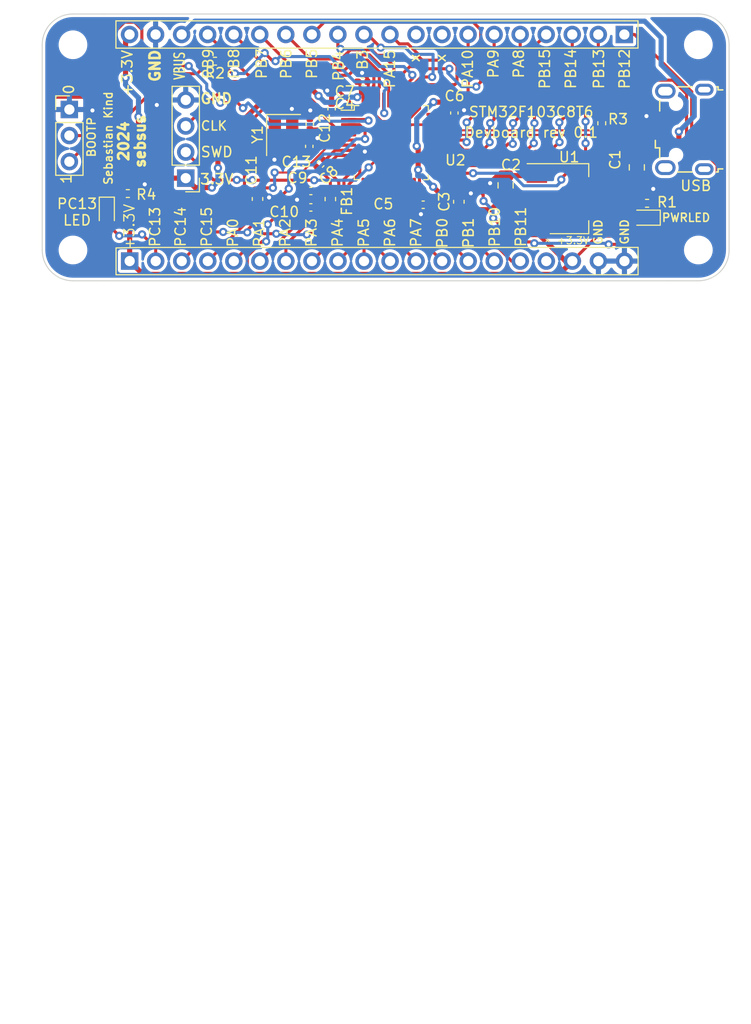
<source format=kicad_pcb>
(kicad_pcb (version 20211014) (generator pcbnew)
  (layers (0 "F.Cu" signal) (31 "B.Cu" signal) (34 "B.Paste" user) (35 "F.Paste" user) (36 "B.SilkS" user "B.Silkscreen") (37 "F.SilkS" user "F.Silkscreen") (38 "B.Mask" user) (39 "F.Mask" user) (44 "Edge.Cuts" user))
  (net 0 "")
  (net 1 "VBUS")
  (net 2 "GND")
  (net 3 "+3V3")
  (net 4 "+3.3VA")
  (net 5 "/NRST")
  (net 6 "/HSE_IN")
  (net 7 "/HSE_OUT")
  (net 8 "/PWR_LED_K")
  (net 9 "/SWDIO")
  (net 10 "/SWCLK")
  (net 11 "/USB_D-")
  (net 12 "/USB_D+")
  (net 15 "PB12")
  (net 16 "PB13")
  (net 17 "PB14")
  (net 18 "PB15")
  (net 19 "PA8")
  (net 20 "PA9")
  (net 21 "PA10")
  (net 24 "PA15")
  (net 25 "PB3")
  (net 26 "PB4")
  (net 27 "PB5")
  (net 28 "PB6")
  (net 29 "PB7")
  (net 30 "PB8")
  (net 31 "PB9")
  (net 32 "PC13")
  (net 33 "PC14")
  (net 34 "PC15")
  (net 35 "PA0")
  (net 36 "PA1")
  (net 37 "PA2")
  (net 38 "PA3")
  (net 39 "PA4")
  (net 40 "PA5")
  (net 41 "PA6")
  (net 42 "PA7")
  (net 43 "PB0")
  (net 44 "PB1")
  (net 45 "PB10")
  (net 46 "PB11")
  (net 48 "/BOOT0")
  (net 49 "/BOOTP_SW")
  (net 51 "Net-(D2-Pad1)")
  (footprint "Capacitor_SMD:C_0603_1608Metric" (layer "F.Cu") (at 169.64 108.3 90)
    (fp_text reference "C3")
    (fp_text value "10u")
  )
  (footprint "Package_TO_SOT_SMD:SOT-223-3_TabPin2" (layer "F.Cu") (at 180.4 108)
    (fp_text reference "U1")
    (fp_text value "AMS1117-3.3")
  )
  (footprint "MountingHole:MountingHole_2.2mm_M2" (layer "F.Cu") (at 132 113)
    (fp_text reference "H1")
    (fp_text value "MountingHole")
  )
  (footprint "Capacitor_SMD:C_0805_2012Metric" (layer "F.Cu") (at 174.2 106.7 90)
    (fp_text reference "C2")
    (fp_text value "22u")
  )
  (footprint "Capacitor_SMD:C_0402_1005Metric" (layer "F.Cu") (at 155.05 102.9 90)
    (fp_text reference "C13")
    (fp_text value "10p")
  )
  (footprint "Capacitor_SMD:C_0402_1005Metric" (layer "F.Cu") (at 157.228935 99.246355 90)
    (fp_text reference "C4")
    (fp_text value "100n")
  )
  (footprint "Capacitor_SMD:C_0603_1608Metric" (layer "F.Cu") (at 150 108.025 -90)
    (fp_text reference "C11")
    (fp_text value "10u")
  )
  (footprint "Package_QFP:LQFP-48_7x7mm_P0.5mm" (layer "F.Cu") (at 163.05 102.5375)
    (fp_text reference "U2")
    (fp_text value "STM32F103C8T6")
  )
  (footprint "Connector_PinHeader_2.54mm:PinHeader_1x20_P2.54mm_Vertical" (layer "F.Cu") (at 137.53 114.08 90)
    (fp_text reference "J4")
    (fp_text value "Pinout 2")
  )
  (footprint "Capacitor_SMD:C_0402_1005Metric" (layer "F.Cu") (at 155.205 107.25 180)
    (fp_text reference "C9")
    (fp_text value "1u")
  )
  (footprint "Connector_PinHeader_2.54mm:PinHeader_1x04_P2.54mm_Vertical" (layer "F.Cu") (at 143 106 180)
    (fp_text reference "J1")
    (fp_text value "Conn_01x04_Male")
  )
  (footprint "Capacitor_SMD:C_0402_1005Metric" (layer "F.Cu") (at 156.15 104.61 45)
    (fp_text reference "C8")
    (fp_text value "10n")
  )
  (footprint "MountingHole:MountingHole_2.2mm_M2" (layer "F.Cu") (at 132 93)
    (fp_text reference "H3")
    (fp_text value "MountingHole")
  )
  (footprint "Crystal:Crystal_SMD_3225-4Pin_3.2x2.5mm" (layer "F.Cu") (at 152.539 101.7955 -90)
    (fp_text reference "Y1")
    (fp_text value "16MHz")
  )
  (footprint "Resistor_SMD:R_0402_1005Metric" (layer "F.Cu") (at 183.58 100.65 -90)
    (fp_text reference "R3")
    (fp_text value "1k5")
  )
  (footprint "Capacitor_SMD:C_0402_1005Metric" (layer "F.Cu") (at 169.2 99.65 -90)
    (fp_text reference "C6")
    (fp_text value "100n")
  )
  (footprint "MountingHole:MountingHole_2.2mm_M2" (layer "F.Cu") (at 193 113)
    (fp_text reference "H4")
    (fp_text value "MountingHole")
  )
  (footprint "LED_SMD:LED_0603_1608Metric" (layer "F.Cu") (at 187.8 109.85 180)
    (fp_text reference "D1" hide)
    (fp_text value "RED")
  )
  (footprint "Capacitor_SMD:C_0402_1005Metric" (layer "F.Cu") (at 160.24 96.6)
    (fp_text reference "C7")
    (fp_text value "100n")
  )
  (footprint "Resistor_SMD:R_0402_1005Metric" (layer "F.Cu") (at 137.35 107.5 180)
    (fp_text reference "R4")
    (fp_text value "1k5")
  )
  (footprint "Resistor_SMD:R_0402_1005Metric" (layer "F.Cu") (at 145.85 94.6 180)
    (fp_text reference "R2")
    (fp_text value "10k")
  )
  (footprint "Resistor_SMD:R_0402_1005Metric" (layer "F.Cu") (at 188 108.45 180)
    (fp_text reference "R1")
    (fp_text value "1k5")
  )
  (footprint "Capacitor_SMD:C_0402_1005Metric" (layer "F.Cu") (at 155.1 100.73 90)
    (fp_text reference "C12")
    (fp_text value "10p")
  )
  (footprint "MountingHole:MountingHole_2.2mm_M2" (layer "F.Cu") (at 193 93)
    (fp_text reference "H2")
    (fp_text value "MountingHole")
  )
  (footprint "Capacitor_SMD:C_0402_1005Metric" (layer "F.Cu") (at 155.205 108.85 180)
    (fp_text reference "C10")
    (fp_text value "1u")
  )
  (footprint "Connector_USB:USB_Micro-B_Wuerth_629105150521" (layer "F.Cu") (at 191.630321 101.247144 90)
    (fp_text reference "J2")
    (fp_text value "USB_B_Micro")
  )
  (footprint "LED_SMD:LED_0603_1608Metric" (layer "F.Cu") (at 135.3 109.3375 -90)
    (fp_text reference "D1" hide)
    (fp_text value "RED")
  )
  (footprint "Inductor_SMD:L_0603_1608Metric" (layer "F.Cu") (at 157.105 108.0375 90)
    (fp_text reference "FB1")
    (fp_text value "120R")
  )
  (footprint "Capacitor_SMD:C_0402_1005Metric" (layer "F.Cu") (at 166.16 108.59 180)
    (fp_text reference "C5")
    (fp_text value "100n")
  )
  (footprint "Capacitor_SMD:C_0805_2012Metric" (layer "F.Cu") (at 187 104.95 -90)
    (fp_text reference "C1")
    (fp_text value "22u")
  )
  (footprint "Connector_PinHeader_2.54mm:PinHeader_1x03_P2.54mm_Vertical" (layer "F.Cu") (at 131.65 99.31)
    (fp_text reference " ")
    (fp_text value "Conn_01x03_Male")
  )
  (footprint "Connector_PinHeader_2.54mm:PinHeader_1x20_P2.54mm_Vertical" (layer "F.Cu") (at 185.78 92 -90)
    (fp_text reference "J3")
    (fp_text value "Pinout 1")
  )
  (gr_line (start 135 90) (end 132 90) (layer "Edge.Cuts") (width 0.1))
  (gr_arc (start 193 90) (mid 195.12132 90.87868) (end 196 93) (layer "Edge.Cuts") (width 0.1))
  (gr_arc (start 132 116) (mid 129.87868 115.12132) (end 129 113) (layer "Edge.Cuts") (width 0.1))
  (gr_line (start 135 116) (end 132 116) (layer "Edge.Cuts") (width 0.1))
  (gr_line (start 135 116) (end 190 116) (layer "Edge.Cuts") (width 0.1))
  (gr_line (start 190 116) (end 193 116) (layer "Edge.Cuts") (width 0.1))
  (gr_arc (start 129 93) (mid 129.87868 90.87868) (end 132 90) (layer "Edge.Cuts") (width 0.1))
  (gr_line (start 190 90) (end 193 90) (layer "Edge.Cuts") (width 0.1))
  (gr_line (start 196 93) (end 196 113) (layer "Edge.Cuts") (width 0.1))
  (gr_line (start 135 90) (end 190 90) (layer "Edge.Cuts") (width 0.1))
  (gr_arc (start 196 113) (mid 195.12132 115.12132) (end 193 116) (layer "Edge.Cuts") (width 0.1))
  (gr_line (start 129 93) (end 129 113) (layer "Edge.Cuts") (width 0.1))
  (gr_text "GND" (at 185.802934 111.232941 90) (layer "F.SilkS") (effects (font (size 0.8 0.8) (thickness 0.153))))
  (gr_text "USB" (at 192.754 106.742) (layer "F.SilkS") (effects (font (size 1 1))))
  (gr_text "PA5" (at 160.362312 111.314 90) (layer "F.SilkS") (effects (font (size 1 1))))
  (gr_text "PC13\nLED" (at 132.4 109.3) (layer "F.SilkS") (effects (font (size 1 1))))
  (gr_text "GND" (at 183.232633 111.25 90) (layer "F.SilkS") (effects (font (size 0.8 0.8) (thickness 0.153))))
  (gr_text "PC14" (at 142.488736 110.75 90) (layer "F.SilkS") (effects (font (size 1 1))))
  (gr_text "PA10" (at 170.5 95.35 90) (layer "F.SilkS") (effects (font (size 1 1))))
  (gr_text "PB10" (at 173.129152 110.75 90) (layer "F.SilkS") (effects (font (size 1 1) (thickness 0.153))))
  (gr_text "PA3" (at 155.255576 111.314 90) (layer "F.SilkS") (effects (font (size 1 1))))
  (gr_text "PB8" (at 147.7 94.85 90) (layer "F.SilkS") (effects (font (size 1 1))))
  (gr_text "PB9" (at 145.2 94.85 90) (layer "F.SilkS") (effects (font (size 1 1))))
  (gr_text "PB1" (at 170.575784 111.342571 90) (layer "F.SilkS") (effects (font (size 1 1) (thickness 0.153))))
  (gr_text "PA4" (at 157.808944 111.314 90) (layer "F.SilkS") (effects (font (size 1 1))))
  (gr_text "PA15" (at 162.9 95.35 90) (layer "F.SilkS") (effects (font (size 1 1))))
  (gr_text "1" (at 131.35 106.075 90) (layer "F.SilkS") (effects (font (size 1 1))))
  (gr_text "x" (at 167.862 94.296 90) (layer "F.SilkS") (effects (font (size 1 1))))
  (gr_text "CLK" (at 145.75 100.9) (layer "F.SilkS") (effects (font (size 0.9 0.9))))
  (gr_text "PA6" (at 162.91568 111.314 90) (layer "F.SilkS") (effects (font (size 1 1))))
  (gr_text "SWD" (at 146.025 103.45) (layer "F.SilkS") (effects (font (size 1 1))))
  (gr_text "3.3V" (at 146.025 106.1) (layer "F.SilkS") (effects (font (size 1 1) (thickness 0.155))))
  (gr_text "PB12" (at 185.8 95.35 90) (layer "F.SilkS") (effects (font (size 1 1))))
  (gr_text "PA8" (at 175.482 94.85 90) (layer "F.SilkS") (effects (font (size 1 1))))
  (gr_text "VBUS" (at 142.4 95.05 90) (layer "F.SilkS") (effects (font (size 1 0.7))))
  (gr_text "PB7" (at 150.4 94.85 90) (layer "F.SilkS") (effects (font (size 1 1))))
  (gr_text "PB4" (at 157.9 95.05 90) (layer "F.SilkS") (effects (font (size 1 1))))
  (gr_text "PC15" (at 145.042104 110.75 90) (layer "F.SilkS") (effects (font (size 1 1))))
  (gr_text "PC13" (at 140 110.75 90) (layer "F.SilkS") (effects (font (size 1 1))))
  (gr_text "PWRLED" (at 191.8 109.85) (layer "F.SilkS") (effects (font (size 0.8 0.8))))
  (gr_text "Devboard rev 0.1" (at 176.7 101.55) (layer "F.SilkS") (effects (font (size 1 1))))
  (gr_text "x" (at 165.322 94.296 90) (layer "F.SilkS") (effects (font (size 1 1))))
  (gr_text "GND" (at 145.975 98.25) (layer "F.SilkS") (effects (font (size 1 1) (thickness 0.2))))
  (gr_text "PB11" (at 175.68252 110.75 90) (layer "F.SilkS") (effects (font (size 1 1) (thickness 0.153))))
  (gr_text "2024\nsebsus" (at 137.75 102.4 90) (layer "F.SilkS") (effects (font (size 1 1) (thickness 0.25))))
  (gr_text "PA1" (at 150.14884 111.314 90) (layer "F.SilkS") (effects (font (size 1 1))))
  (gr_text "STM32F103C8T6" (at 176.7 99.55) (layer "F.SilkS") (effects (font (size 1 1))))
  (gr_text "PB0" (at 168.022416 111.342571 90) (layer "F.SilkS") (effects (font (size 1 1))))
  (gr_text "0" (at 131.6 97.35 90) (layer "F.SilkS") (effects (font (size 1 1))))
  (gr_text "PB14" (at 180.562 95.35 90) (layer "F.SilkS") (effects (font (size 1 1))))
  (gr_text "x" (at 178.235888 112.076 90) (layer "F.SilkS") (effects (font (size 0.4 0.4) (thickness 0.1))))
  (gr_text "PA2" (at 152.702208 111.314 90) (layer "F.SilkS") (effects (font (size 1 1))))
  (gr_text "PB13" (at 183.3 95.35 90) (layer "F.SilkS") (effects (font (size 1 1))))
  (gr_text "B3" (at 160.242 94.457905 90) (layer "F.SilkS") (effects (font (size 1 1))))
  (gr_text "PB5" (at 155.3 94.85 90) (layer "F.SilkS") (effects (font (size 1 1))))
  (gr_text "+3.3V" (at 137.3 95.75 90) (layer "F.SilkS") (effects (font (size 1 1))))
  (gr_text "PA7" (at 165.469048 111.314 90) (layer "F.SilkS") (effects (font (size 1 1))))
  (gr_text "+3.3V" (at 180.789256 112.076) (layer "F.SilkS") (effects (font (size 0.7 0.7) (thickness 0.1))))
  (gr_text "BOOTP" (at 133.8 102 90) (layer "F.SilkS") (effects (font (size 0.8 0.8))))
  (gr_text "Sebastian Kind" (at 135.45 102.1 90) (layer "F.SilkS") (effects (font (size 0.8 0.8))))
  (gr_text "+3.3V" (at 137.5 110.75 90) (layer "F.SilkS") (effects (font (size 1 1) (thickness 0.125))))
  (gr_text "PA9" (at 173 94.85 90) (layer "F.SilkS") (effects (font (size 1 1))))
  (gr_text "PA0" (at 147.595472 111.314 90) (layer "F.SilkS") (effects (font (size 1 1))))
  (gr_text "PB15" (at 178.022 95.35 90) (layer "F.SilkS") (effects (font (size 1 1))))
  (gr_text "GND" (at 140 95.05 90) (layer "F.SilkS") (effects (font (size 1 1) (thickness 0.25))))
  (gr_text "PB6" (at 152.8 94.85 90) (layer "F.SilkS") (effects (font (size 1 1))))
  (segment (start 191.1005 102.301965) (end 190.830321 102.572144) (width 0.5) (layer "F.Cu") (net 1))
  (segment (start 177.8 110.85) (end 185.6 110.85) (width 0.5) (layer "F.Cu") (net 1))
  (segment (start 190.830321 102.572144) (end 188.427856 102.572144) (width 0.5) (layer "F.Cu") (net 1))
  (segment (start 185.6 110.85) (end 185.6 105.4) (width 0.5) (layer "F.Cu") (net 1))
  (segment (start 185.6 105.4) (end 187 104) (width 0.5) (layer "F.Cu") (net 1))
  (segment (start 191.1005 101.46) (end 191.1005 102.301965) (width 0.5) (layer "F.Cu") (net 1))
  (segment (start 188.427856 102.572144) (end 187 104) (width 0.5) (layer "F.Cu") (net 1))
  (segment (start 177.25 110.3) (end 177.8 110.85) (width 0.5) (layer "F.Cu") (net 1))
  (via (at 191.1005 101.46) (size 0.8) (drill 0.4) (layers "F.Cu" "B.Cu") (net 1))
  (segment (start 192.5995 99.961) (end 191.1005 101.46) (width 0.5) (layer "B.Cu") (net 1))
  (segment (start 143.9 90.7) (end 187.76 90.7) (width 0.5) (layer "B.Cu") (net 1))
  (segment (start 192.5995 98.165892) (end 192.5995 99.961) (width 0.5) (layer "B.Cu") (net 1))
  (segment (start 187.76 90.7) (end 189.21 92.15) (width 0.5) (layer "B.Cu") (net 1))
  (segment (start 189.21 92.15) (end 189.37 92.31) (width 0.5) (layer "B.Cu") (net 1))
  (segment (start 189.37 92.31) (end 189.37 92.39) (width 0.5) (layer "B.Cu") (net 1))
  (segment (start 189.37 94.936392) (end 192.5995 98.165892) (width 0.5) (layer "B.Cu") (net 1))
  (segment (start 142.6 92) (end 143.9 90.7) (width 0.5) (layer "B.Cu") (net 1))
  (segment (start 189.37 92.39) (end 189.37 94.936392) (width 0.5) (layer "B.Cu") (net 1))
  (segment (start 187 105.9) (end 187.45 105.9) (width 0.5) (layer "F.Cu") (net 2))
  (segment (start 188.51 107.14) (end 188.6 107.05) (width 0.3) (layer "F.Cu") (net 2))
  (segment (start 187.942856 99.947144) (end 187.94 99.95) (width 0.3) (layer "F.Cu") (net 2))
  (segment (start 157.228935 98.766355) (end 157.228935 97.888935) (width 0.5) (layer "F.Cu") (net 2))
  (segment (start 160.8 98.375) (end 160.8 96.68) (width 0.3) (layer "F.Cu") (net 2))
  (segment (start 133.81 99.31) (end 133.9 99.4) (width 0.3) (layer "F.Cu") (net 2))
  (segment (start 137.86 107.5) (end 138.1 107.5) (width 0.25) (layer "F.Cu") (net 2))
  (segment (start 151.689 104.161) (end 151.65 104.2) (width 0.5) (layer "F.Cu") (net 2))
  (segment (start 132.86685 99.31) (end 133.81 99.31) (width 0.3) (layer "F.Cu") (net 2))
  (segment (start 189.730321 99.947144) (end 188.397144 99.947144) (width 0.3) (layer "F.Cu") (net 2))
  (segment (start 169.685 107.48) (end 169.64 107.525) (width 0.3) (layer "F.Cu") (net 2))
  (segment (start 154.725 107.9725) (end 154.725 107.25) (width 0.3) (layer "F.Cu") (net 2))
  (segment (start 151.689 102.8955) (end 151.689 104.161) (width 0.5) (layer "F.Cu") (net 2))
  (segment (start 160.3475 103.2875) (end 160.47 103.41) (width 0.3) (layer "F.Cu") (net 2))
  (segment (start 154.725 108.85) (end 154.725 107.9725) (width 0.3) (layer "F.Cu") (net 2))
  (segment (start 157.228935 97.888935) (end 156.8 97.46) (width 0.5) (layer "F.Cu") (net 2))
  (segment (start 132.86685 99.31) (end 131.65 99.31) (width 0.3) (layer "F.Cu") (net 2))
  (segment (start 170.81 107.48) (end 169.685 107.48) (width 0.3) (layer "F.Cu") (net 2))
  (segment (start 138.1 107.5) (end 139 106.6) (width 0.25) (layer "F.Cu") (net 2))
  (segment (start 158.8875 103.2875) (end 157.5625 103.2875) (width 0.3) (layer "F.Cu") (net 2))
  (segment (start 165.3 106.7) (end 165.3 108.21) (width 0.3) (layer "F.Cu") (net 2))
  (segment (start 153.985 107.9725) (end 153.855 108.1025) (width 0.3) (layer "F.Cu") (net 2))
  (segment (start 165.68 108.59) (end 165.68 109.25) (width 0.3) (layer "F.Cu") (net 2))
  (segment (start 140.664 98.38) (end 140.176 98.868) (width 0.3) (layer "F.Cu") (net 2))
  (segment (start 165.68 109.25) (end 165.94 109.51) (width 0.3) (layer "F.Cu") (net 2))
  (segment (start 155.520046 102.42) (end 155.845023 102.095023) (width 0.5) (layer "F.Cu") (net 2))
  (segment (start 154.725 107.9725) (end 153.985 107.9725) (width 0.3) (layer "F.Cu") (net 2))
  (segment (start 188.397144 99.947144) (end 188.39 99.94) (width 0.3) (layer "F.Cu") (net 2))
  (segment (start 189.655321 100.022144) (end 188.012144 100.022144) (width 0.3) (layer "F.Cu") (net 2))
  (segment (start 188.012144 100.022144) (end 187.94 99.95) (width 0.3) (layer "F.Cu") (net 2))
  (segment (start 160.72 96.6) (end 160.72 96.26) (width 0.3) (layer "F.Cu") (net 2))
  (segment (start 150.210046 108.8) (end 151.130023 107.880023) (width 0.2) (layer "F.Cu") (net 2))
  (segment (start 143 98.38) (end 140.664 98.38) (width 0.3) (layer "F.Cu") (net 2))
  (segment (start 160.8 96.68) (end 160.72 96.6) (width 0.3) (layer "F.Cu") (net 2))
  (segment (start 155.05 102.42) (end 155.520046 102.42) (width 0.5) (layer "F.Cu") (net 2))
  (segment (start 188.397144 99.947144) (end 187.942856 99.947144) (width 0.3) (layer "F.Cu") (net 2))
  (segment (start 169.394 100.13) (end 170.148 99.376) (width 0.3) (layer "F.Cu") (net 2))
  (segment (start 165.3 108.21) (end 165.68 108.59) (width 0.3) (layer "F.Cu") (net 2))
  (segment (start 155.1 100.25) (end 155.1 99.444196) (width 0.5) (layer "F.Cu") (net 2))
  (segment (start 177.2 105.75) (end 177.25 105.7) (width 0.5) (layer "F.Cu") (net 2))
  (segment (start 158.8875 103.2875) (end 160.3475 103.2875) (width 0.3) (layer "F.Cu") (net 2))
  (segment (start 153.389 100.6955) (end 153.389 99.289) (width 0.5) (layer "F.Cu") (net 2))
  (segment (start 188.51 108.45) (end 188.51 107.14) (width 0.3) (layer "F.Cu") (net 2))
  (segment (start 157.5625 103.2875) (end 156.539411 104.310589) (width 0.3) (layer "F.Cu") (net 2))
  (segment (start 169.2 100.13) (end 169.394 100.13) (width 0.3) (layer "F.Cu") (net 2))
  (segment (start 155.1 99.444196) (end 155.147596 99.3966) (width 0.5) (layer "F.Cu") (net 2))
  (segment (start 153.389 99.289) (end 153.35 99.25) (width 0.5) (layer "F.Cu") (net 2))
  (segment (start 187.45 105.9) (end 188.6 107.05) (width 0.5) (layer "F.Cu") (net 2))
  (segment (start 169.0425 100.2875) (end 169.2 100.13) (width 0.3) (layer "F.Cu") (net 2))
  (segment (start 174.2 105.75) (end 173.426 105.75) (width 0.5) (layer "F.Cu") (net 2))
  (segment (start 189.730321 99.947144) (end 189.655321 100.022144) (width 0.3) (layer "F.Cu") (net 2))
  (segment (start 150 108.8) (end 150.210046 108.8) (width 0.2) (layer "F.Cu") (net 2))
  (segment (start 173.426 105.75) (end 172.688 106.488) (width 0.5) (layer "F.Cu") (net 2))
  (segment (start 174.2 105.75) (end 173.41 105.75) (width 0.5) (layer "F.Cu") (net 2))
  (segment (start 160.72 96.26) (end 160.2 95.74) (width 0.3) (layer "F.Cu") (net 2))
  (segment (start 167.2125 100.2875) (end 169.0425 100.2875) (width 0.3) (layer "F.Cu") (net 2))
  (segment (start 174.2 105.75) (end 177.2 105.75) (width 0.5) (layer "F.Cu") (net 2))
  (via (at 139 106.6) (size 0.8) (drill 0.4) (layers "F.Cu" "B.Cu") (net 2))
  (via (at 153.35 99.25) (size 0.8) (drill 0.4) (layers "F.Cu" "B.Cu") (net 2))
  (via (at 156.8 97.46) (size 0.8) (drill 0.4) (layers "F.Cu" "B.Cu") (net 2))
  (via (at 165.94 109.51) (size 0.8) (drill 0.4) (layers "F.Cu" "B.Cu") (net 2))
  (via (at 172.688 106.488) (size 0.8) (drill 0.4) (layers "F.Cu" "B.Cu") (net 2))
  (via (at 188.6 107.05) (size 0.8) (drill 0.4) (layers "F.Cu" "B.Cu") (net 2))
  (via (at 170.81 107.48) (size 0.8) (drill 0.4) (layers "F.Cu" "B.Cu") (net 2))
  (via (at 187.94 99.95) (size 0.8) (drill 0.4) (layers "F.Cu" "B.Cu") (net 2))
  (via (at 140.176 98.868) (size 0.8) (drill 0.4) (layers "F.Cu" "B.Cu") (net 2))
  (via (at 151.65 104.2) (size 0.8) (drill 0.4) (layers "F.Cu" "B.Cu") (net 2))
  (via (at 153.855 108.1025) (size 0.8) (drill 0.4) (layers "F.Cu" "B.Cu") (net 2))
  (via (at 170.148 99.376) (size 0.8) (drill 0.4) (layers "F.Cu" "B.Cu") (net 2))
  (via (at 133.9 99.4) (size 0.8) (drill 0.4) (layers "F.Cu" "B.Cu") (net 2))
  (via (at 160.47 103.41) (size 0.8) (drill 0.4) (layers "F.Cu" "B.Cu") (net 2))
  (via (at 155.147596 99.3966) (size 0.8) (drill 0.4) (layers "F.Cu" "B.Cu") (net 2))
  (via (at 160.2 95.74) (size 0.8) (drill 0.4) (layers "F.Cu" "B.Cu") (net 2))
  (via (at 151.130023 107.880023) (size 0.8) (drill 0.4) (layers "F.Cu" "B.Cu") (net 2))
  (via (at 155.845023 102.095023) (size 0.8) (drill 0.4) (layers "F.Cu" "B.Cu") (net 2))
  (segment (start 149 115.38) (end 154.67 115.38) (width 0.5) (layer "F.Cu") (net 3))
  (segment (start 177.25 108) (end 183.55 108) (width 0.5) (layer "F.Cu") (net 3))
  (segment (start 157.29008 99.7875) (end 157.228935 99.726355) (width 0.3) (layer "F.Cu") (net 3))
  (segment (start 185.772856 96.447144) (end 190.517144 96.447144) (width 0.3) (layer "F.Cu") (net 3))
  (segment (start 160.041 97.291) (end 160 97.25) (width 0.3) (layer "F.Cu") (net 3))
  (segment (start 137.53 114.08) (end 138.83 115.38) (width 0.5) (layer "F.Cu") (net 3))
  (segment (start 158.8875 99.7875) (end 157.8595 99.7875) (width 0.3) (layer "F.Cu") (net 3))
  (segment (start 137.53 109.29) (end 140.82 106) (width 0.5) (layer "F.Cu") (net 3))
  (segment (start 191.85 97.78) (end 191.85 108.96) (width 0.3) (layer "F.Cu") (net 3))
  (segment (start 138.39 103.57) (end 138.363551 103.543551) (width 0.3) (layer "F.Cu") (net 3))
  (segment (start 137.13 96.23) (end 137.13 92.39) (width 0.5) (layer "F.Cu") (net 3))
  (segment (start 155.685 109.275) (end 155.37 109.59) (width 0.3) (layer "F.Cu") (net 3))
  (segment (start 160.3 98.375) (end 160.3 97.55) (width 0.3) (layer "F.Cu") (net 3))
  (segment (start 180.04005 114.08) (end 177.46005 111.5) (width 0.5) (layer "F.Cu") (net 3))
  (segment (start 140.82 106) (end 143 106) (width 0.5) (layer "F.Cu") (net 3))
  (segment (start 143.92 106.92) (end 143 106) (width 0.5) (layer "F.Cu") (net 3))
  (segment (start 155.94767 97.982052) (end 155.147618 97.182) (width 0.5) (layer "F.Cu") (net 3))
  (segment (start 169.64 109.075) (end 168.925 109.075) (width 0.5) (layer "F.Cu") (net 3))
  (segment (start 165.67 105.19) (end 165.67 103.01) (width 0.5) (layer "F.Cu") (net 3))
  (segment (start 155.685 108.85) (end 157.08 108.85) (width 0.3) (layer "F.Cu") (net 3))
  (segment (start 187 111.65) (end 186.43 111.65) (width 0.3) (layer "F.Cu") (net 3))
  (segment (start 174.2 107.65) (end 176.9 107.65) (width 0.5) (layer "F.Cu") (net 3))
  (segment (start 146.14 102.812082) (end 146.14 105.01) (width 0.5) (layer "F.Cu") (net 3))
  (segment (start 174.2 107.65) (end 172.775 109.075) (width 0.5) (layer "F.Cu") (net 3))
  (segment (start 155.147618 97.182) (end 151.770082 97.182) (width 0.5) (layer "F.Cu") (net 3))
  (segment (start 168.3 108.59) (end 168.37 108.52) (width 0.5) (layer "F.Cu") (net 3))
  (segment (start 169.2 99.17) (end 168.8875 99.17) (width 0.5) (layer "F.Cu") (net 3))
  (segment (start 138.39 103.57) (end 138.39 100) (width 0.5) (layer "F.Cu") (net 3))
  (segment (start 183.14 111.65) (end 180.71 114.08) (width 0.3) (layer "F.Cu") (net 3))
  (segment (start 166.64 108.59) (end 166.64 108.26) (width 0.5) (layer "F.Cu") (net 3))
  (segment (start 187.0125 109.85) (end 187.0125 111.6375) (width 0.3) (layer "F.Cu") (net 3))
  (segment (start 160.041 97.291) (end 160.041 97.799) (width 0.3) (layer "F.Cu") (net 3))
  (segment (start 151.770082 97.182) (end 146.14 102.812082) (width 0.5) (layer "F.Cu") (net 3))
  (segment (start 179.41 115.38) (end 180.71 114.08) (width 0.5) (layer "F.Cu") (net 3))
  (segment (start 166.64 108.59) (end 168.3 108.59) (width 0.5) (layer "F.Cu") (net 3))
  (segment (start 191.85 108.96) (end 189.16 111.65) (width 0.3) (layer "F.Cu") (net 3))
  (segment (start 168.8875 99.17) (end 168.37 99.6875) (width 0.5) (layer "F.Cu") (net 3))
  (segment (start 138.363551 103.543551) (end 132.496449 103.543551) (width 0.3) (layer "F.Cu") (net 3))
  (segment (start 143.204 106) (end 143.224 105.98) (width 0.5) (layer "F.Cu") (net 3))
  (segment (start 157.08 108.85) (end 157.105 108.825) (width 0.3) (layer "F.Cu") (net 3))
  (segment (start 176.9 107.65) (end 177.25 108) (width 0.5) (layer "F.Cu") (net 3))
  (segment (start 143 106) (end 143.204 106) (width 0.5) (layer "F.Cu") (net 3))
  (segment (start 145.55 106.92) (end 143.92 106.92) (width 0.5) (layer "F.Cu") (net 3))
  (segment (start 167.16 98.58) (end 167.174 98.594) (width 0.5) (layer "F.Cu") (net 3))
  (segment (start 138.83 115.38) (end 149 115.38) (width 0.5) (layer "F.Cu") (net 3))
  (segment (start 165.9 107.52) (end 165.9 106.7) (width 0.5) (layer "F.Cu") (net 3))
  (segment (start 187.0125 111.6375) (end 187 111.65) (width 0.3) (layer "F.Cu") (net 3))
  (segment (start 167.174 98.594) (end 168.624 98.594) (width 0.5) (layer "F.Cu") (net 3))
  (segment (start 175.8 111.5) (end 175.8 109.1) (width 0.5) (layer "F.Cu") (net 3))
  (segment (start 151.91 109.59) (end 151 110.5) (width 0.3) (layer "F.Cu") (net 3))
  (segment (start 190.517144 96.447144) (end 191.85 97.78) (width 0.3) (layer "F.Cu") (net 3))
  (segment (start 165.67 103.01) (end 165.53 102.87) (width 0.5) (layer "F.Cu") (net 3))
  (segment (start 166.64 108.26) (end 165.9 107.52) (width 0.5) (layer "F.Cu") (net 3))
  (segment (start 149 113.612943) (end 149 115.38) (width 0.3) (layer "F.Cu") (net 3))
  (segment (start 154.67 115.38) (end 179.41 115.38) (width 0.5) (layer "F.Cu") (net 3))
  (segment (start 168.925 109.075) (end 168.37 108.52) (width 0.5) (layer "F.Cu") (net 3))
  (segment (start 168.37 108.52) (end 168.37 108.08) (width 0.5) (layer "F.Cu") (net 3))
  (segment (start 157.8595 99.7875) (end 157.29008 99.7875) (width 0.3) (layer "F.Cu") (net 3))
  (segment (start 155.37 109.59) (end 151.91 109.59) (width 0.3) (layer "F.Cu") (net 3))
  (segment (start 186.43 111.65) (end 183.14 111.65) (width 0.3) (layer "F.Cu") (net 3))
  (segment (start 172.775 109.075) (end 169.64 109.075) (width 0.5) (layer "F.Cu") (net 3))
  (segment (start 160.3 97.55) (end 160.041 97.291) (width 0.3) (layer "F.Cu") (net 3))
  (segment (start 150.44842 112.164523) (end 149 113.612943) (width 0.3) (layer "F.Cu") (net 3))
  (segment (start 165.8 107.52) (end 165.8 106.7) (width 0.3) (layer "F.Cu") (net 3))
  (segment (start 183.56 100.16) (end 183.56 98.66) (width 0.3) (layer "F.Cu") (net 3))
  (segment (start 177.46005 111.5) (end 175.8 111.5) (width 0.5) (layer "F.Cu") (net 3))
  (segment (start 160 97.25) (end 160 96.517925) (width 0.3) (layer "F.Cu") (net 3))
  (segment (start 150.844977 112.164523) (end 150.44842 112.164523) (width 0.3) (layer "F.Cu") (net 3))
  (segment (start 132.496449 103.543551) (end 131.65 104.39) (width 0.3) (layer "F.Cu") (net 3))
  (segment (start 140.82 106) (end 138.39 103.57) (width 0.5) (layer "F.Cu") (net 3))
  (segment (start 189.16 111.65) (end 186.43 111.65) (width 0.3) (layer "F.Cu") (net 3))
  (segment (start 168.37 99.6875) (end 167.2125 99.6875) (width 0.5) (layer "F.Cu") (net 3))
  (segment (start 183.56 98.66) (end 185.772856 96.447144) (width 0.3) (layer "F.Cu") (net 3))
  (segment (start 155.685 108.85) (end 155.685 109.275) (width 0.3) (layer "F.Cu") (net 3))
  (segment (start 180.71 114.08) (end 180.04005 114.08) (width 0.5) (layer "F.Cu") (net 3))
  (segment (start 160.041 97.799) (end 159.734 98.106) (width 0.3) (layer "F.Cu") (net 3))
  (segment (start 175.8 109.1) (end 176.9 108) (width 0.5) (layer "F.Cu") (net 3))
  (segment (start 137.53 114.08) (end 137.53 109.29) (width 0.5) (layer "F.Cu") (net 3))
  (segment (start 168.37 108.08) (end 167.13 106.84) (width 0.5) (layer "F.Cu") (net 3))
  (segment (start 168.624 98.594) (end 169.2 99.17) (width 0.5) (layer "F.Cu") (net 3))
  (segment (start 137.13 92.39) (end 137.52 92) (width 0.5) (layer "F.Cu") (net 3))
  (via (at 145.55 106.92) (size 0.8) (drill 0.4) (layers "F.Cu" "B.Cu") (net 3))
  (via (at 165.67 105.19) (size 0.8) (drill 0.4) (layers "F.Cu" "B.Cu") (net 3))
  (via (at 159.734 98.106) (size 0.8) (drill 0.4) (layers "F.Cu" "B.Cu") (net 3))
  (via (at 167.16 98.58) (size 0.8) (drill 0.4) (layers "F.Cu" "B.Cu") (net 3))
  (via (at 150.844977 112.164523) (size 0.8) (drill 0.4) (layers "F.Cu" "B.Cu") (net 3))
  (via (at 146.14 105.01) (size 0.8) (drill 0.4) (layers "F.Cu" "B.Cu") (net 3))
  (via (at 155.94767 97.982052) (size 0.8) (drill 0.4) (layers "F.Cu" "B.Cu") (net 3))
  (via (at 165.53 102.87) (size 0.8) (drill 0.4) (layers "F.Cu" "B.Cu") (net 3))
  (via (at 138.39 100) (size 0.8) (drill 0.4) (layers "F.Cu" "B.Cu") (net 3))
  (via (at 137.13 96.23) (size 0.8) (drill 0.4) (layers "F.Cu" "B.Cu") (net 3))
  (via (at 167.13 106.84) (size 0.8) (drill 0.4) (layers "F.Cu" "B.Cu") (net 3))
  (via (at 151 110.5) (size 0.8) (drill 0.4) (layers "F.Cu" "B.Cu") (net 3))
  (segment (start 165.53 100.21) (end 167.16 98.58) (width 0.5) (layer "B.Cu") (net 3))
  (segment (start 146.14 106.33) (end 145.55 106.92) (width 0.5) (layer "B.Cu") (net 3))
  (segment (start 157.706 98.61) (end 156.575618 98.61) (width 0.5) (layer "B.Cu") (net 3))
  (segment (start 157.706 98.61) (end 158.21 98.106) (width 0.5) (layer "B.Cu") (net 3))
  (segment (start 137.21 96.99) (end 137.13 96.91) (width 0.5) (layer "B.Cu") (net 3))
  (segment (start 165.628748 105.778748) (end 165.628748 105.231252) (width 0.5) (layer "B.Cu") (net 3))
  (segment (start 138.39 100) (end 138.39 98.17) (width 0.5) (layer "B.Cu") (net 3))
  (segment (start 165.53 100.543496) (end 165.53 100.21) (width 0.5) (layer "B.Cu") (net 3))
  (segment (start 138.39 98.17) (end 137.21 96.99) (width 0.5) (layer "B.Cu") (net 3))
  (segment (start 137.13 96.91) (end 137.13 96.23) (width 0.5) (layer "B.Cu") (net 3))
  (segment (start 146.14 105.01) (end 146.14 106.33) (width 0.5) (layer "B.Cu") (net 3))
  (segment (start 151 110.5) (end 151 111.8) (width 0.3) (layer "B.Cu") (net 3))
  (segment (start 151 111.8) (end 150.83 111.97) (width 0.3) (layer "B.Cu") (net 3))
  (segment (start 150.844977 111.984977) (end 150.844977 112.164523) (width 0.3) (layer "B.Cu") (net 3))
  (segment (start 159.734 98.106) (end 158.21 98.106) (width 0.5) (layer "B.Cu") (net 3))
  (segment (start 166.068748 105.778748) (end 165.628748 105.778748) (width 0.5) (layer "B.Cu") (net 3))
  (segment (start 156.575618 98.61) (end 155.94767 97.982052) (width 0.5) (layer "B.Cu") (net 3))
  (segment (start 167.13 106.84) (end 166.068748 105.778748) (width 0.5) (layer "B.Cu") (net 3))
  (segment (start 150.83 111.97) (end 150.844977 111.984977) (width 0.3) (layer "B.Cu") (net 3))
  (segment (start 165.628748 105.231252) (end 165.67 105.19) (width 0.5) (layer "B.Cu") (net 3))
  (segment (start 165.53 102.87) (end 165.53 100.543496) (width 0.5) (layer "B.Cu") (net 3))
  (segment (start 156.713588 104.979792) (end 157.223553 104.469827) (width 0.3) (layer "F.Cu") (net 4))
  (segment (start 155.810589 104.949411) (end 155.84097 104.979792) (width 0.3) (layer "F.Cu") (net 4))
  (segment (start 157.223553 104.469827) (end 156.55338 105.14) (width 0.3) (layer "F.Cu") (net 4))
  (segment (start 157.105 106.243822) (end 155.810589 104.949411) (width 0.3) (layer "F.Cu") (net 4))
  (segment (start 158.8875 103.7875) (end 157.769606 103.7875) (width 0.3) (layer "F.Cu") (net 4))
  (segment (start 155.969792 105.019792) (end 156.09 105.14) (width 0.3) (layer "F.Cu") (net 4))
  (segment (start 157.223553 104.333553) (end 157.223553 104.469827) (width 0.3) (layer "F.Cu") (net 4))
  (segment (start 155.84097 104.979792) (end 156.713588 104.979792) (width 0.3) (layer "F.Cu") (net 4))
  (segment (start 156.55338 105.14) (end 156.09 105.14) (width 0.3) (layer "F.Cu") (net 4))
  (segment (start 155.89097 105.019792) (end 155.969792 105.019792) (width 0.3) (layer "F.Cu") (net 4))
  (segment (start 157.769606 103.7875) (end 157.223553 104.333553) (width 0.3) (layer "F.Cu") (net 4))
  (segment (start 155.860589 104.989411) (end 155.89097 105.019792) (width 0.3) (layer "F.Cu") (net 4))
  (segment (start 155.685 107.25) (end 157.105 107.25) (width 0.3) (layer "F.Cu") (net 4))
  (segment (start 157.105 107.25) (end 157.105 106.243822) (width 0.3) (layer "F.Cu") (net 4))
  (segment (start 154.309254 105.4505) (end 157.022254 102.7375) (width 0.2) (layer "F.Cu") (net 5))
  (segment (start 150.3005 106.9495) (end 150 107.25) (width 0.3) (layer "F.Cu") (net 5))
  (segment (start 151.67 105.4505) (end 154.309254 105.4505) (width 0.2) (layer "F.Cu") (net 5))
  (segment (start 158.8375 102.7375) (end 158.8875 102.7875) (width 0.2) (layer "F.Cu") (net 5))
  (segment (start 151.5 106.9495) (end 150.3005 106.9495) (width 0.3) (layer "F.Cu") (net 5))
  (segment (start 157.022254 102.7375) (end 158.8375 102.7375) (width 0.2) (layer "F.Cu") (net 5))
  (via (at 151.5 106.9495) (size 0.8) (drill 0.4) (layers "F.Cu" "B.Cu") (net 5))
  (via (at 151.67 105.4505) (size 0.8) (drill 0.4) (layers "F.Cu" "B.Cu") (net 5))
  (segment (start 151.67 106.8395) (end 151.67 105.4505) (width 0.3) (layer "B.Cu") (net 5))
  (segment (start 151.56 106.9495) (end 151.67 106.8395) (width 0.3) (layer "B.Cu") (net 5))
  (segment (start 151.689 100.9955) (end 151.689 100.6955) (width 0.3) (layer "F.Cu") (net 6))
  (segment (start 155.1 101.21) (end 154.5645 101.7455) (width 0.3) (layer "F.Cu") (net 6))
  (segment (start 158.8875 101.7875) (end 156.9875 101.7875) (width 0.3) (layer "F.Cu") (net 6))
  (segment (start 154.5645 101.7455) (end 152.439 101.7455) (width 0.3) (layer "F.Cu") (net 6))
  (segment (start 156.41 101.21) (end 155.1 101.21) (width 0.3) (layer "F.Cu") (net 6))
  (segment (start 152.439 101.7455) (end 151.689 100.9955) (width 0.3) (layer "F.Cu") (net 6))
  (segment (start 151.689 101.139) (end 151.689 100.6955) (width 0.3) (layer "F.Cu") (net 6))
  (segment (start 156.9875 101.7875) (end 156.41 101.21) (width 0.3) (layer "F.Cu") (net 6))
  (segment (start 158.8875 102.2875) (end 156.7125 102.2875) (width 0.3) (layer "F.Cu") (net 7))
  (segment (start 153.8735 103.38) (end 153.389 102.8955) (width 0.3) (layer "F.Cu") (net 7))
  (segment (start 155.62 103.38) (end 155.05 103.38) (width 0.3) (layer "F.Cu") (net 7))
  (segment (start 155.05 103.38) (end 153.8735 103.38) (width 0.3) (layer "F.Cu") (net 7))
  (segment (start 156.7125 102.2875) (end 155.62 103.38) (width 0.3) (layer "F.Cu") (net 7))
  (segment (start 188.5875 109.5475) (end 187.49 108.45) (width 0.3) (layer "F.Cu") (net 8))
  (segment (start 188.5875 109.85) (end 188.5875 109.5475) (width 0.3) (layer "F.Cu") (net 8))
  (segment (start 155.53 106.2) (end 149.53 106.2) (width 0.3) (layer "F.Cu") (net 9))
  (segment (start 149.53 106.2) (end 149.52 106.19) (width 0.3) (layer "F.Cu") (net 9))
  (segment (start 167.2125 100.7875) (end 165.0025 100.7875) (width 0.25) (layer "F.Cu") (net 9))
  (segment (start 165.0025 100.7875) (end 160.84 104.95) (width 0.25) (layer "F.Cu") (net 9))
  (segment (start 145.71 106.17) (end 143 103.46) (width 0.3) (layer "F.Cu") (net 9))
  (segment (start 147.98 106.17) (end 145.71 106.17) (width 0.3) (layer "F.Cu") (net 9))
  (via (at 147.98 106.17) (size 0.8) (drill 0.4) (layers "F.Cu" "B.Cu") (net 9))
  (via (at 149.52 106.19) (size 0.8) (drill 0.4) (layers "F.Cu" "B.Cu") (net 9))
  (via (at 160.84 104.95) (size 0.8) (drill 0.4) (layers "F.Cu" "B.Cu") (net 9))
  (via (at 155.53 106.2) (size 0.8) (drill 0.4) (layers "F.Cu" "B.Cu") (net 9))
  (segment (start 159.59 106.2) (end 155.53 106.2) (width 0.3) (layer "B.Cu") (net 9))
  (segment (start 148 106.19) (end 147.98 106.17) (width 0.3) (layer "B.Cu") (net 9))
  (segment (start 149.52 106.19) (end 148 106.19) (width 0.3) (layer "B.Cu") (net 9))
  (segment (start 160.84 104.95) (end 159.59 106.2) (width 0.3) (layer "B.Cu") (net 9))
  (segment (start 165.02677 99.98677) (end 164.533541 100.48) (width 0.3) (layer "F.Cu") (net 10))
  (segment (start 162.11 100.48) (end 161.166459 99.536459) (width 0.3) (layer "F.Cu") (net 10))
  (segment (start 165.8 99.213541) (end 165.02677 99.98677) (width 0.3) (layer "F.Cu") (net 10))
  (segment (start 147.338 96.582) (end 143 100.92) (width 0.3) (layer "F.Cu") (net 10))
  (segment (start 165.8 98.375) (end 165.8 99.213541) (width 0.3) (layer "F.Cu") (net 10))
  (segment (start 157.020541 96.582) (end 147.338 96.582) (width 0.3) (layer "F.Cu") (net 10))
  (segment (start 164.533541 100.48) (end 162.11 100.48) (width 0.3) (layer "F.Cu") (net 10))
  (segment (start 161.166459 99.536459) (end 159.975 99.536459) (width 0.3) (layer "F.Cu") (net 10))
  (segment (start 159.975 99.536459) (end 157.020541 96.582) (width 0.3) (layer "F.Cu") (net 10))
  (segment (start 189.620677 101.7875) (end 189.730321 101.897144) (width 0.2) (layer "F.Cu") (net 11))
  (segment (start 167.2125 101.7875) (end 189.620677 101.7875) (width 0.2) (layer "F.Cu") (net 11))
  (segment (start 167.2125 101.2875) (end 167.262499 101.337499) (width 0.2) (layer "F.Cu") (net 12))
  (segment (start 167.262499 101.337499) (end 189.639966 101.337499) (width 0.2) (layer "F.Cu") (net 12))
  (segment (start 189.639966 101.337499) (end 189.730321 101.247144) (width 0.2) (layer "F.Cu") (net 12))
  (segment (start 170.610661 106.22) (end 172.01 107.619339) (width 0.3) (layer "F.Cu") (net 15))
  (segment (start 168.5975 105.2875) (end 169.53 106.22) (width 0.3) (layer "F.Cu") (net 15))
  (segment (start 189.15 112.45) (end 192.551643 109.048357) (width 0.3) (layer "F.Cu") (net 15))
  (segment (start 172.992841 109.896095) (end 175.310985 112.214239) (width 0.3) (layer "F.Cu") (net 15))
  (segment (start 167.2125 105.2875) (end 168.5975 105.2875) (width 0.3) (layer "F.Cu") (net 15))
  (segment (start 185.78 92.207999) (end 185.78 92) (width 0.3) (layer "F.Cu") (net 15))
  (segment (start 186.777107 92) (end 185.78 92) (width 0.3) (layer "F.Cu") (net 15))
  (segment (start 192.35 97.572893) (end 186.777107 92) (width 0.3) (layer "F.Cu") (net 15))
  (segment (start 169.53 106.22) (end 170.610661 106.22) (width 0.3) (layer "F.Cu") (net 15))
  (segment (start 177.133837 112.214239) (end 176.998576 112.3495) (width 0.3) (layer "F.Cu") (net 15))
  (segment (start 192.35 102.258675) (end 192.35 97.572893) (width 0.3) (layer "F.Cu") (net 15))
  (segment (start 172.01 107.619339) (end 172.01 108.1855) (width 0.3) (layer "F.Cu") (net 15))
  (segment (start 172.01 108.1855) (end 172.05 108.2255) (width 0.3) (layer "F.Cu") (net 15))
  (segment (start 184.25 112.45) (end 189.15 112.45) (width 0.3) (layer "F.Cu") (net 15))
  (segment (start 175.310985 112.214239) (end 177.133837 112.214239) (width 0.3) (layer "F.Cu") (net 15))
  (segment (start 194.830321 104.738996) (end 192.35 102.258675) (width 0.3) (layer "F.Cu") (net 15))
  (segment (start 194.830321 109.048357) (end 194.830321 104.738996) (width 0.3) (layer "F.Cu") (net 15))
  (segment (start 192.551643 109.048357) (end 194.830321 109.048357) (width 0.3) (layer "F.Cu") (net 15))
  (via (at 172.992841 109.896095) (size 0.8) (drill 0.4) (layers "F.Cu" "B.Cu") (net 15))
  (via (at 184.25 112.45) (size 0.8) (drill 0.4) (layers "F.Cu" "B.Cu") (net 15))
  (via (at 172.05 108.2255) (size 0.8) (drill 0.4) (layers "F.Cu" "B.Cu") (net 15))
  (via (at 176.998576 112.3495) (size 0.8) (drill 0.4) (layers "F.Cu" "B.Cu") (net 15))
  (segment (start 179.9905 112.3495) (end 184.1495 112.3495) (width 0.3) (layer "B.Cu") (net 15))
  (segment (start 184.1495 112.3495) (end 184.25 112.45) (width 0.3) (layer "B.Cu") (net 15))
  (segment (start 172.97 109.873254) (end 172.992841 109.896095) (width 0.3) (layer "B.Cu") (net 15))
  (segment (start 172.97 109.1455) (end 172.97 109.873254) (width 0.3) (layer "B.Cu") (net 15))
  (segment (start 172.05 108.2255) (end 172.97 109.1455) (width 0.3) (layer "B.Cu") (net 15))
  (segment (start 176.998576 112.3495) (end 179.9905 112.3495) (width 0.3) (layer "B.Cu") (net 15))
  (segment (start 179.63 106.03) (end 181.885 103.775) (width 0.3) (layer "F.Cu") (net 16))
  (segment (start 167.2125 104.7875) (end 168.811412 104.7875) (width 0.3) (layer "F.Cu") (net 16))
  (segment (start 170.1195 105.5195) (end 171.03 105.5195) (width 0.3) (layer "F.Cu") (net 16))
  (segment (start 183.24 93.277502) (end 183.24 92) (width 0.3) (layer "F.Cu") (net 16))
  (segment (start 182 103.66) (end 182 102.6) (width 0.3) (layer "F.Cu") (net 16))
  (segment (start 182 94.517502) (end 183.24 93.277502) (width 0.3) (layer "F.Cu") (net 16))
  (segment (start 179.63 106.14) (end 179.63 106.03) (width 0.3) (layer "F.Cu") (net 16))
  (segment (start 168.811412 104.7875) (end 169.343911 105.32) (width 0.3) (layer "F.Cu") (net 16))
  (segment (start 181.885 103.775) (end 182 103.66) (width 0.3) (layer "F.Cu") (net 16))
  (segment (start 169.92 105.32) (end 170.1195 105.5195) (width 0.3) (layer "F.Cu") (net 16))
  (segment (start 169.343911 105.32) (end 169.92 105.32) (width 0.3) (layer "F.Cu") (net 16))
  (segment (start 182 100.48) (end 182 94.517502) (width 0.3) (layer "F.Cu") (net 16))
  (via (at 182 100.48) (size 0.8) (drill 0.4) (layers "F.Cu" "B.Cu") (net 16))
  (via (at 182 102.6) (size 0.8) (drill 0.4) (layers "F.Cu" "B.Cu") (net 16))
  (via (at 171.03 105.5195) (size 0.8) (drill 0.4) (layers "F.Cu" "B.Cu") (net 16))
  (via (at 179.63 106.14) (size 0.8) (drill 0.4) (layers "F.Cu" "B.Cu") (net 16))
  (segment (start 174.7395 105.5195) (end 175.96 106.74) (width 0.3) (layer "B.Cu") (net 16))
  (segment (start 179.63 106.31) (end 179.63 106.14) (width 0.3) (layer "B.Cu") (net 16))
  (segment (start 182 102.6) (end 182 100.48) (width 0.3) (layer "B.Cu") (net 16))
  (segment (start 175.96 106.74) (end 179.2 106.74) (width 0.3) (layer "B.Cu") (net 16))
  (segment (start 179.2 106.74) (end 179.36 106.58) (width 0.3) (layer "B.Cu") (net 16))
  (segment (start 179.36 106.58) (end 179.63 106.31) (width 0.3) (layer "B.Cu") (net 16))
  (segment (start 171.03 105.5195) (end 174.7395 105.5195) (width 0.3) (layer "B.Cu") (net 16))
  (segment (start 169.501018 104.77) (end 175.73 104.77) (width 0.3) (layer "F.Cu") (net 17))
  (segment (start 177.12 103.38) (end 178.53 103.38) (width 0.3) (layer "F.Cu") (net 17))
  (segment (start 180.7 99.3) (end 180.7 92) (width 0.3) (layer "F.Cu") (net 17))
  (segment (start 178.53 103.38) (end 179.46 102.45) (width 0.3) (layer "F.Cu") (net 17))
  (segment (start 179.44 100.56) (end 180.7 99.3) (width 0.3) (layer "F.Cu") (net 17))
  (segment (start 169.018519 104.2875) (end 169.501018 104.77) (width 0.3) (layer "F.Cu") (net 17))
  (segment (start 179.46 102.45) (end 179.46 102.487) (width 0.3) (layer "F.Cu") (net 17))
  (segment (start 175.73 104.77) (end 177.12 103.38) (width 0.3) (layer "F.Cu") (net 17))
  (segment (start 167.2125 104.2875) (end 169.018519 104.2875) (width 0.3) (layer "F.Cu") (net 17))
  (via (at 179.46 102.487) (size 0.8) (drill 0.4) (layers "F.Cu" "B.Cu") (net 17))
  (via (at 179.44 100.56) (size 0.8) (drill 0.4) (layers "F.Cu" "B.Cu") (net 17))
  (segment (start 179.46 100.58) (end 179.44 100.56) (width 0.3) (layer "B.Cu") (net 17))
  (segment (start 179.46 102.487) (end 179.46 100.58) (width 0.3) (layer "B.Cu") (net 17))
  (segment (start 167.2125 103.7875) (end 169.225626 103.7875) (width 0.3) (layer "F.Cu") (net 18))
  (segment (start 169.225626 103.7875) (end 169.708125 104.27) (width 0.3) (layer "F.Cu") (net 18))
  (segment (start 177.01 100.637999) (end 177.01 93.15) (width 0.3) (layer "F.Cu") (net 18))
  (segment (start 177.01 93.15) (end 178.16 92) (width 0.3) (layer "F.Cu") (net 18))
  (segment (start 173.31 104.27) (end 175.27 104.27) (width 0.3) (layer "F.Cu") (net 18))
  (segment (start 169.708125 104.27) (end 173.31 104.27) (width 0.3) (layer "F.Cu") (net 18))
  (segment (start 175.27 104.27) (end 176.95 102.59) (width 0.3) (layer "F.Cu") (net 18))
  (via (at 177.01 100.637999) (size 0.8) (drill 0.4) (layers "F.Cu" "B.Cu") (net 18))
  (via (at 176.95 102.59) (size 0.8) (drill 0.4) (layers "F.Cu" "B.Cu") (net 18))
  (segment (start 176.95 100.697999) (end 177.01 100.637999) (width 0.3) (layer "B.Cu") (net 18))
  (segment (start 176.95 102.59) (end 176.95 100.697999) (width 0.3) (layer "B.Cu") (net 18))
  (segment (start 169.915232 103.77) (end 172.03 103.77) (width 0.3) (layer "F.Cu") (net 19))
  (segment (start 175.594 99.974) (end 175.62 99.948) (width 0.3) (layer "F.Cu") (net 19))
  (segment (start 175.62 99.948) (end 175.62 92) (width 0.3) (layer "F.Cu") (net 19))
  (segment (start 174.93 100.637999) (end 175.594 99.974) (width 0.3) (layer "F.Cu") (net 19))
  (segment (start 173.86 103.24) (end 174.44 102.66) (width 0.3) (layer "F.Cu") (net 19))
  (segment (start 173.33 103.77) (end 173.86 103.24) (width 0.3) (layer "F.Cu") (net 19))
  (segment (start 169.432733 103.2875) (end 169.915232 103.77) (width 0.3) (layer "F.Cu") (net 19))
  (segment (start 167.2125 103.2875) (end 169.432733 103.2875) (width 0.3) (layer "F.Cu") (net 19))
  (segment (start 174.44 102.66) (end 174.9 102.66) (width 0.3) (layer "F.Cu") (net 19))
  (segment (start 172.03 103.77) (end 173.33 103.77) (width 0.3) (layer "F.Cu") (net 19))
  (segment (start 175.594 99.974) (end 175.62 99.947999) (width 0.3) (layer "F.Cu") (net 19))
  (via (at 174.9 102.66) (size 0.8) (drill 0.4) (layers "F.Cu" "B.Cu") (net 19))
  (via (at 174.93 100.637999) (size 0.8) (drill 0.4) (layers "F.Cu" "B.Cu") (net 19))
  (segment (start 174.9 102.66) (end 174.9 100.667999) (width 0.3) (layer "B.Cu") (net 19))
  (segment (start 174.9 100.667999) (end 174.93 100.637999) (width 0.3) (layer "B.Cu") (net 19))
  (segment (start 169.639839 102.7875) (end 167.2125 102.7875) (width 0.3) (layer "F.Cu") (net 20))
  (segment (start 169.75617 102.903831) (end 169.639839 102.7875) (width 0.3) (layer "F.Cu") (net 20))
  (segment (start 170.122339 103.27) (end 171.98 103.27) (width 0.3) (layer "F.Cu") (net 20))
  (segment (start 169.75617 102.903831) (end 170.122339 103.27) (width 0.3) (layer "F.Cu") (net 20))
  (segment (start 172.7 100.637999) (end 173.08 100.257999) (width 0.3) (layer "F.Cu") (net 20))
  (segment (start 173.08 100.257999) (end 173.08 92) (width 0.3) (layer "F.Cu") (net 20))
  (segment (start 171.98 103.27) (end 172.64 102.61) (width 0.3) (layer "F.Cu") (net 20))
  (segment (start 172.64 102.61) (end 172.64 102.487) (width 0.3) (layer "F.Cu") (net 20))
  (via (at 172.64 102.487) (size 0.8) (drill 0.4) (layers "F.Cu" "B.Cu") (net 20))
  (via (at 172.7 100.637999) (size 0.8) (drill 0.4) (layers "F.Cu" "B.Cu") (net 20))
  (segment (start 172.64 102.487) (end 172.64 100.697999) (width 0.3) (layer "B.Cu") (net 20))
  (segment (start 172.64 100.697999) (end 172.7 100.637999) (width 0.3) (layer "B.Cu") (net 20))
  (segment (start 170.898 100.072) (end 170.898 98.856) (width 0.3) (layer "F.Cu") (net 21))
  (segment (start 167.2125 102.2875) (end 170.2005 102.2875) (width 0.3) (layer "F.Cu") (net 21))
  (segment (start 170.2005 102.2875) (end 170.4 102.487) (width 0.3) (layer "F.Cu") (net 21))
  (segment (start 170.54 98.498) (end 170.54 92) (width 0.3) (layer "F.Cu") (net 21))
  (segment (start 170.898 98.856) (end 170.54 98.498) (width 0.3) (layer "F.Cu") (net 21))
  (segment (start 170.4 100.57) (end 170.898 100.072) (width 0.3) (layer "F.Cu") (net 21))
  (via (at 170.4 100.57) (size 0.8) (drill 0.4) (layers "F.Cu" "B.Cu") (net 21))
  (via (at 170.4 102.487) (size 0.8) (drill 0.4) (layers "F.Cu" "B.Cu") (net 21))
  (segment (start 170.4 102.487) (end 170.4 100.57) (width 0.3) (layer "B.Cu") (net 21))
  (segment (start 162.92 92) (end 162.92 92.148) (width 0.3) (layer "F.Cu") (net 24))
  (segment (start 165.672943 93.91) (end 164.674471 92.911528) (width 0.3) (layer "F.Cu") (net 24))
  (segment (start 168.930661 94.5) (end 166.07 94.5) (width 0.3) (layer "F.Cu") (net 24))
  (segment (start 169.24 96.89) (end 169.46 96.67) (width 0.3) (layer "F.Cu") (net 24))
  (segment (start 169.46 95.029339) (end 168.930661 94.5) (width 0.3) (layer "F.Cu") (net 24))
  (segment (start 165.3 97.51) (end 165.92 96.89) (width 0.3) (layer "F.Cu") (net 24))
  (segment (start 163.831528 92.911528) (end 162.92 92) (width 0.3) (layer "F.Cu") (net 24))
  (segment (start 165.672943 94.102943) (end 165.672943 93.91) (width 0.3) (layer "F.Cu") (net 24))
  (segment (start 164.674471 92.911528) (end 163.831528 92.911528) (width 0.3) (layer "F.Cu") (net 24))
  (segment (start 165.92 96.89) (end 169.24 96.89) (width 0.3) (layer "F.Cu") (net 24))
  (segment (start 166.07 94.5) (end 165.672943 94.102943) (width 0.3) (layer "F.Cu") (net 24))
  (segment (start 169.46 96.67) (end 169.46 95.029339) (width 0.3) (layer "F.Cu") (net 24))
  (segment (start 165.3 98.375) (end 165.3 97.51) (width 0.3) (layer "F.Cu") (net 24))
  (segment (start 164.8 97.302893) (end 165.962393 96.1405) (width 0.3) (layer "F.Cu") (net 25))
  (segment (start 161.512 92.772) (end 162.02 93.28) (width 0.3) (layer "F.Cu") (net 25))
  (segment (start 164.8 98.375) (end 164.8 97.302893) (width 0.3) (layer "F.Cu") (net 25))
  (segment (start 160.74 92) (end 161.512 92.772) (width 0.3) (layer "F.Cu") (net 25))
  (segment (start 165.962393 96.1405) (end 167.03 96.1405) (width 0.3) (layer "F.Cu") (net 25))
  (segment (start 160.38 92) (end 160.74 92) (width 0.3) (layer "F.Cu") (net 25))
  (segment (start 160.38 92) (end 160.38 92.030915) (width 0.3) (layer "F.Cu") (net 25))
  (via (at 162.02 93.28) (size 0.8) (drill 0.4) (layers "F.Cu" "B.Cu") (net 25))
  (via (at 167.03 96.1405) (size 0.8) (drill 0.4) (layers "F.Cu" "B.Cu") (net 25))
  (segment (start 167.123746 96.046754) (end 167.03 96.1405) (width 0.3) (layer "B.Cu") (net 25))
  (segment (start 167.123746 93.933746) (end 167.123746 96.046754) (width 0.3) (layer "B.Cu") (net 25))
  (segment (start 167.03 96.1405) (end 167.1495 96.1405) (width 0.3) (layer "B.Cu") (net 25))
  (segment (start 165.068 93.933746) (end 164.414254 93.28) (width 0.3) (layer "B.Cu") (net 25))
  (segment (start 167.123746 93.933746) (end 165.068 93.933746) (width 0.3) (layer "B.Cu") (net 25))
  (segment (start 164.414254 93.28) (end 162.02 93.28) (width 0.3) (layer "B.Cu") (net 25))
  (segment (start 157.84 93.150569) (end 158.092632 93.403201) (width 0.3) (layer "F.Cu") (net 26))
  (segment (start 164.3 98.375) (end 164.3 97.095787) (width 0.3) (layer "F.Cu") (net 26))
  (segment (start 165.087894 96.307893) (end 165.101469 96.294318) (width 0.3) (layer "F.Cu") (net 26))
  (segment (start 157.84 92) (end 157.84 93.150569) (width 0.3) (layer "F.Cu") (net 26))
  (segment (start 164.3 97.095787) (end 165.087894 96.307893) (width 0.3) (layer "F.Cu") (net 26))
  (segment (start 165.101469 96.294318) (end 165.101469 95.941469) (width 0.3) (layer "F.Cu") (net 26))
  (via (at 165.101469 95.941469) (size 0.8) (drill 0.4) (layers "F.Cu" "B.Cu") (net 26))
  (via (at 158.092632 93.403201) (size 0.8) (drill 0.4) (layers "F.Cu" "B.Cu") (net 26))
  (segment (start 160.153201 93.403201) (end 158.092632 93.403201) (width 0.3) (layer "B.Cu") (net 26))
  (segment (start 161.87 95.12) (end 160.153201 93.403201) (width 0.3) (layer "B.Cu") (net 26))
  (segment (start 165.101469 95.941469) (end 164.28 95.12) (width 0.3) (layer "B.Cu") (net 26))
  (segment (start 164.28 95.12) (end 161.87 95.12) (width 0.3) (layer "B.Cu") (net 26))
  (segment (start 156.5 90.8) (end 171.037057 90.8) (width 0.3) (layer "F.Cu") (net 27))
  (segment (start 163.8 96.182277) (end 163.8 98.375) (width 0.3) (layer "F.Cu") (net 27))
  (segment (start 164.852277 95.13) (end 163.8 96.182277) (width 0.3) (layer "F.Cu") (net 27))
  (segment (start 171.46 96.96) (end 171.34 97.08) (width 0.3) (layer "F.Cu") (net 27))
  (segment (start 171.77 96.63) (end 171.77 91.532943) (width 0.3) (layer "F.Cu") (net 27))
  (segment (start 171.77 96.63) (end 171.46 96.94) (width 0.3) (layer "F.Cu") (net 27))
  (segment (start 165.81 95.13) (end 164.852277 95.13) (width 0.3) (layer "F.Cu") (net 27))
  (segment (start 168.71 95.34) (end 166.02 95.34) (width 0.3) (layer "F.Cu") (net 27))
  (segment (start 171.037057 90.8) (end 171.77 91.532943) (width 0.3) (layer "F.Cu") (net 27))
  (segment (start 155.3 92) (end 156.5 90.8) (width 0.3) (layer "F.Cu") (net 27))
  (segment (start 166.02 95.34) (end 165.81 95.13) (width 0.3) (layer "F.Cu") (net 27))
  (segment (start 171.46 96.94) (end 171.46 96.96) (width 0.3) (layer "F.Cu") (net 27))
  (via (at 171.34 97.08) (size 0.8) (drill 0.4) (layers "F.Cu" "B.Cu") (net 27))
  (via (at 168.71 95.34) (size 0.8) (drill 0.4) (layers "F.Cu" "B.Cu") (net 27))
  (segment (start 168.57 95.76) (end 169.89 97.08) (width 0.3) (layer "B.Cu") (net 27))
  (segment (start 168.71 95.34) (end 168.57 95.48) (width 0.3) (layer "B.Cu") (net 27))
  (segment (start 169.89 97.08) (end 171.34 97.08) (width 0.3) (layer "B.Cu") (net 27))
  (segment (start 168.57 95.48) (end 168.57 95.76) (width 0.3) (layer "B.Cu") (net 27))
  (segment (start 155.142894 94.382894) (end 152.76 92) (width 0.3) (layer "F.Cu") (net 28))
  (segment (start 163.3 95.09) (end 162.24 94.03) (width 0.3) (layer "F.Cu") (net 28))
  (segment (start 159.065788 93.49) (end 158.172894 94.382894) (width 0.3) (layer "F.Cu") (net 28))
  (segment (start 161.671979 94.03) (end 162.24 94.03) (width 0.3) (layer "F.Cu") (net 28))
  (segment (start 161.131979 93.49) (end 161.671979 94.03) (width 0.3) (layer "F.Cu") (net 28))
  (segment (start 163.3 98.375) (end 163.3 95.09) (width 0.3) (layer "F.Cu") (net 28))
  (segment (start 161.131979 93.49) (end 159.065788 93.49) (width 0.3) (layer "F.Cu") (net 28))
  (segment (start 158.172894 94.382894) (end 155.142894 94.382894) (width 0.3) (layer "F.Cu") (net 28))
  (segment (start 160.924873 93.99) (end 162.8 95.865127) (width 0.3) (layer "F.Cu") (net 29))
  (segment (start 159.272894 93.99) (end 158.301447 94.961447) (width 0.3) (layer "F.Cu") (net 29))
  (segment (start 160.924873 93.99) (end 159.272894 93.99) (width 0.3) (layer "F.Cu") (net 29))
  (segment (start 158.301447 94.961447) (end 153.181447 94.961447) (width 0.3) (layer "F.Cu") (net 29))
  (segment (start 162.8 95.865127) (end 162.8 98.375) (width 0.3) (layer "F.Cu") (net 29))
  (segment (start 153.181447 94.961447) (end 150.22 92) (width 0.3) (layer "F.Cu") (net 29))
  (segment (start 161.8 98.375) (end 161.8 97.230072) (width 0.3) (layer "F.Cu") (net 30))
  (segment (start 158.5 95.47) (end 151.15 95.47) (width 0.3) (layer "F.Cu") (net 30))
  (segment (start 161.88 97.150072) (end 161.88 95.652233) (width 0.3) (layer "F.Cu") (net 30))
  (segment (start 151.15 95.47) (end 147.68 92) (width 0.3) (layer "F.Cu") (net 30))
  (segment (start 161.88 95.652233) (end 160.717767 94.49) (width 0.3) (layer "F.Cu") (net 30))
  (segment (start 161.8 97.230072) (end 161.88 97.150072) (width 0.3) (layer "F.Cu") (net 30))
  (segment (start 160.717767 94.49) (end 159.48 94.49) (width 0.3) (layer "F.Cu") (net 30))
  (segment (start 159.48 94.49) (end 158.5 95.47) (width 0.3) (layer "F.Cu") (net 30))
  (segment (start 161.35 95.829339) (end 160.510661 94.99) (width 0.3) (layer "F.Cu") (net 31))
  (segment (start 161.3 98.375) (end 161.3 97.022965) (width 0.3) (layer "F.Cu") (net 31))
  (segment (start 161.3 97.022965) (end 161.35 96.972965) (width 0.3) (layer "F.Cu") (net 31))
  (segment (start 149.11 95.97) (end 145.14 92) (width 0.3) (layer "F.Cu") (net 31))
  (segment (start 158.93 95.92) (end 158.93 95.97) (width 0.3) (layer "F.Cu") (net 31))
  (segment (start 160.510661 94.99) (end 159.86 94.99) (width 0.3) (layer "F.Cu") (net 31))
  (segment (start 158.93 95.97) (end 149.11 95.97) (width 0.3) (layer "F.Cu") (net 31))
  (segment (start 159.86 94.99) (end 158.93 95.92) (width 0.3) (layer "F.Cu") (net 31))
  (segment (start 161.35 96.972965) (end 161.35 95.829339) (width 0.3) (layer "F.Cu") (net 31))
  (segment (start 130.15 98.3) (end 130.15 105.26) (width 0.3) (layer "F.Cu") (net 32))
  (segment (start 148.58 99.17) (end 148.06 98.65) (width 0.3) (layer "F.Cu") (net 32))
  (segment (start 148.06 98.65) (end 146.37 98.65) (width 0.3) (layer "F.Cu") (net 32))
  (segment (start 139.38 96.77) (end 138.72 96.11) (width 0.3) (layer "F.Cu") (net 32))
  (segment (start 136.05 95.9375) (end 135.5125 95.9375) (width 0.3) (layer "F.Cu") (net 32))
  (segment (start 138.74 111.48) (end 140.07 112.81) (width 0.3) (layer "F.Cu") (net 32))
  (segment (start 140.07 112.81) (end 140.07 114.08) (width 0.3) (layer "F.Cu") (net 32))
  (segment (start 160.729181 100.2875) (end 160.8288 100.387119) (width 0.3) (layer "F.Cu") (net 32))
  (segment (start 138.72 91.502943) (end 138.017057 90.8) (width 0.3) (layer "F.Cu") (net 32))
  (segment (start 135.5125 95.9375) (end 134.9 96.55) (width 0.3) (layer "F.Cu") (net 32))
  (segment (start 130.34 98.11) (end 130.15 98.3) (width 0.3) (layer "F.Cu") (net 32))
  (segment (start 134.9 96.55) (end 133.34 98.11) (width 0.3) (layer "F.Cu") (net 32))
  (segment (start 130.15 105.26) (end 136.51 111.62) (width 0.3) (layer "F.Cu") (net 32))
  (segment (start 158.8875 100.2875) (end 160.729181 100.2875) (width 0.3) (layer "F.Cu") (net 32))
  (segment (start 133.34 98.11) (end 130.34 98.11) (width 0.3) (layer "F.Cu") (net 32))
  (segment (start 136.05 91.772943) (end 136.05 95.9375) (width 0.3) (layer "F.Cu") (net 32))
  (segment (start 138.017057 90.8) (end 137.022943 90.8) (width 0.3) (layer "F.Cu") (net 32))
  (segment (start 143.29 95.0705) (end 141.0795 95.0705) (width 0.3) (layer "F.Cu") (net 32))
  (segment (start 137.022943 90.8) (end 136.05 91.772943) (width 0.3) (layer "F.Cu") (net 32))
  (segment (start 141.0795 95.0705) (end 139.38 96.77) (width 0.3) (layer "F.Cu") (net 32))
  (segment (start 138.72 96.11) (end 138.72 91.502943) (width 0.3) (layer "F.Cu") (net 32))
  (via (at 138.74 111.48) (size 0.8) (drill 0.4) (layers "F.Cu" "B.Cu") (net 32))
  (via (at 143.29 95.0705) (size 0.8) (drill 0.4) (layers "F.Cu" "B.Cu") (net 32))
  (via (at 148.58 99.17) (size 0.8) (drill 0.4) (layers "F.Cu" "B.Cu") (net 32))
  (via (at 160.8288 100.387119) (size 0.8) (drill 0.4) (layers "F.Cu" "B.Cu") (net 32))
  (via (at 136.51 111.62) (size 0.8) (drill 0.4) (layers "F.Cu" "B.Cu") (net 32))
  (via (at 146.37 98.65) (size 0.8) (drill 0.4) (layers "F.Cu" "B.Cu") (net 32))
  (segment (start 138.6 111.62) (end 138.74 111.48) (width 0.3) (layer "B.Cu") (net 32))
  (segment (start 145.05 96.8305) (end 143.29 95.0705) (width 0.3) (layer "B.Cu") (net 32))
  (segment (start 155.919339 100.45) (end 155.619339 100.75) (width 0.3) (layer "B.Cu") (net 32))
  (segment (start 148.88 99.08) (end 148.79 99.17) (width 0.3) (layer "B.Cu") (net 32))
  (segment (start 136.51 111.62) (end 138.6 111.62) (width 0.3) (layer "B.Cu") (net 32))
  (segment (start 160.8288 100.387119) (end 160.765919 100.45) (width 0.3) (layer "B.Cu") (net 32))
  (segment (start 149.08 98.67) (end 148.88 98.87) (width 0.3) (layer "B.Cu") (net 32))
  (segment (start 145.05 97.03) (end 145.05 96.8305) (width 0.3) (layer "B.Cu") (net 32))
  (segment (start 148.88 98.87) (end 148.88 99.08) (width 0.3) (layer "B.Cu") (net 32))
  (segment (start 148.79 99.17) (end 148.58 99.17) (width 0.3) (layer "B.Cu") (net 32))
  (segment (start 145.05 97.33) (end 145.05 97.03) (width 0.3) (layer "B.Cu") (net 32))
  (segment (start 160.765919 100.45) (end 155.919339 100.45) (width 0.3) (layer "B.Cu") (net 32))
  (segment (start 155.619339 100.75) (end 151.16 100.75) (width 0.3) (layer "B.Cu") (net 32))
  (segment (start 151.16 100.75) (end 149.08 98.67) (width 0.3) (layer "B.Cu") (net 32))
  (segment (start 146.37 98.65) (end 145.05 97.33) (width 0.3) (layer "B.Cu") (net 32))
  (segment (start 160.49 101.34) (end 160.49 102.18) (width 0.3) (layer "F.Cu") (net 33))
  (segment (start 145.45 111.24) (end 142.61 114.08) (width 0.3) (layer "F.Cu") (net 33))
  (segment (start 158.8875 100.7875) (end 159.9375 100.7875) (width 0.3) (layer "F.Cu") (net 33))
  (segment (start 160.47 101.32) (end 160.49 101.34) (width 0.3) (layer "F.Cu") (net 33))
  (segment (start 159.9375 100.7875) (end 160.47 101.32) (width 0.3) (layer "F.Cu") (net 33))
  (segment (start 153.05 107.02) (end 149.005422 111.064578) (width 0.3) (layer "F.Cu") (net 33))
  (segment (start 149.005422 111.064578) (end 149.005422 111.284532) (width 0.3) (layer "F.Cu") (net 33))
  (segment (start 146.65 111.24) (end 145.45 111.24) (width 0.3) (layer "F.Cu") (net 33))
  (via (at 160.49 102.18) (size 0.8) (drill 0.4) (layers "F.Cu" "B.Cu") (net 33))
  (via (at 146.65 111.24) (size 0.8) (drill 0.4) (layers "F.Cu" "B.Cu") (net 33))
  (via (at 149.005422 111.284532) (size 0.8) (drill 0.4) (layers "F.Cu" "B.Cu") (net 33))
  (via (at 153.05 107.02) (size 0.8) (drill 0.4) (layers "F.Cu" "B.Cu") (net 33))
  (segment (start 153.638 104.71) (end 153.05 105.298) (width 0.3) (layer "B.Cu") (net 33))
  (segment (start 155.416 104.71) (end 153.638 104.71) (width 0.3) (layer "B.Cu") (net 33))
  (segment (start 156.476 103.65) (end 156.42 103.65) (width 0.3) (layer "B.Cu") (net 33))
  (segment (start 149.005422 111.284532) (end 146.694532 111.284532) (width 0.3) (layer "B.Cu") (net 33))
  (segment (start 153.05 105.298) (end 153.05 107.02) (width 0.3) (layer "B.Cu") (net 33))
  (segment (start 159.61 102.18) (end 158.14 103.65) (width 0.3) (layer "B.Cu") (net 33))
  (segment (start 160.49 102.18) (end 159.61 102.18) (width 0.3) (layer "B.Cu") (net 33))
  (segment (start 146.694532 111.284532) (end 146.65 111.24) (width 0.3) (layer "B.Cu") (net 33))
  (segment (start 156.476 103.65) (end 155.416 104.71) (width 0.3) (layer "B.Cu") (net 33))
  (segment (start 158.14 103.65) (end 156.476 103.65) (width 0.3) (layer "B.Cu") (net 33))
  (segment (start 148.73 101.48) (end 148.73 101.72) (width 0.3) (layer "F.Cu") (net 34))
  (segment (start 152.000305 97.800305) (end 154.705262 97.800305) (width 0.3) (layer "F.Cu") (net 34))
  (segment (start 148.73 101.72) (end 148.73 110.5) (width 0.3) (layer "F.Cu") (net 34))
  (segment (start 154.705262 97.800305) (end 156.568935 99.663978) (width 0.3) (layer "F.Cu") (net 34))
  (segment (start 148.73 110.5) (end 145.15 114.08) (width 0.3) (layer "F.Cu") (net 34))
  (segment (start 148.73 101.72) (end 148.73 101.07061) (width 0.3) (layer "F.Cu") (net 34))
  (segment (start 156.568935 99.663978) (end 156.568935 100.06932) (width 0.3) (layer "F.Cu") (net 34))
  (segment (start 157.787115 101.2875) (end 158.8875 101.2875) (width 0.3) (layer "F.Cu") (net 34))
  (segment (start 148.73 101.07061) (end 152.000305 97.800305) (width 0.3) (layer "F.Cu") (net 34))
  (segment (start 156.568935 100.06932) (end 157.787115 101.2875) (width 0.3) (layer "F.Cu") (net 34))
  (segment (start 158.8875 104.2875) (end 159.726041 104.2875) (width 0.3) (layer "F.Cu") (net 35))
  (segment (start 154.69 111.38) (end 154.814977 111.504977) (width 0.3) (layer "F.Cu") (net 35))
  (segment (start 150.354977 111.415023) (end 147.69 114.08) (width 0.3) (layer "F.Cu") (net 35))
  (segment (start 159.726041 104.2875) (end 159.975 104.536459) (width 0.3) (layer "F.Cu") (net 35))
  (segment (start 159.975 105.538541) (end 158.93 106.583541) (width 0.3) (layer "F.Cu") (net 35))
  (segment (start 151.835023 111.415023) (end 150.354977 111.415023) (width 0.3) (layer "F.Cu") (net 35))
  (segment (start 159.975 104.536459) (end 159.975 105.538541) (width 0.3) (layer "F.Cu") (net 35))
  (segment (start 158.93 110.17) (end 157.72 111.38) (width 0.3) (layer "F.Cu") (net 35))
  (segment (start 157.72 111.38) (end 154.69 111.38) (width 0.3) (layer "F.Cu") (net 35))
  (segment (start 158.93 106.583541) (end 158.93 110.17) (width 0.3) (layer "F.Cu") (net 35))
  (via (at 154.814977 111.504977) (size 0.8) (drill 0.4) (layers "F.Cu" "B.Cu") (net 35))
  (via (at 151.835023 111.415023) (size 0.8) (drill 0.4) (layers "F.Cu" "B.Cu") (net 35))
  (segment (start 151.924977 111.504977) (end 151.835023 111.415023) (width 0.3) (layer "B.Cu") (net 35))
  (segment (start 154.814977 111.504977) (end 151.924977 111.504977) (width 0.3) (layer "B.Cu") (net 35))
  (segment (start 157.5 110.16) (end 154.15 110.16) (width 0.3) (layer "F.Cu") (net 36))
  (segment (start 157.93 106.361716) (end 157.93 109.73) (width 0.3) (layer "F.Cu") (net 36))
  (segment (start 157.2 105.631716) (end 157.93 106.361716) (width 0.3) (layer "F.Cu") (net 36))
  (segment (start 154.15 110.16) (end 150.23 114.08) (width 0.3) (layer "F.Cu") (net 36))
  (segment (start 158.8875 104.7875) (end 157.6625 104.7875) (width 0.3) (layer "F.Cu") (net 36))
  (segment (start 157.6625 104.7875) (end 157.2 105.25) (width 0.3) (layer "F.Cu") (net 36))
  (segment (start 157.2 105.25) (end 157.2 105.631716) (width 0.3) (layer "F.Cu") (net 36))
  (segment (start 157.93 109.73) (end 157.5 110.16) (width 0.3) (layer "F.Cu") (net 36))
  (segment (start 157.707106 110.66) (end 154.6 110.66) (width 0.3) (layer "F.Cu") (net 37))
  (segment (start 154.6 110.66) (end 152.77 112.49) (width 0.3) (layer "F.Cu") (net 37))
  (segment (start 158.8875 105.6625) (end 158.8875 105.2875) (width 0.3) (layer "F.Cu") (net 37))
  (segment (start 152.77 112.49) (end 152.77 114.08) (width 0.3) (layer "F.Cu") (net 37))
  (segment (start 158.43 109.937106) (end 157.707106 110.66) (width 0.3) (layer "F.Cu") (net 37))
  (segment (start 158.43 106.12) (end 158.8875 105.6625) (width 0.3) (layer "F.Cu") (net 37))
  (segment (start 158.43 106.12) (end 158.43 109.937106) (width 0.3) (layer "F.Cu") (net 37))
  (segment (start 160.3 109.832894) (end 158.182894 111.95) (width 0.3) (layer "F.Cu") (net 38))
  (segment (start 158.182894 111.95) (end 157.44 111.95) (width 0.3) (layer "F.Cu") (net 38))
  (segment (start 160.3 106.7) (end 160.3 109.832894) (width 0.3) (layer "F.Cu") (net 38))
  (segment (start 157.44 111.95) (end 155.31 114.08) (width 0.3) (layer "F.Cu") (net 38))
  (segment (start 160.8 106.7) (end 160.8 110.04) (width 0.3) (layer "F.Cu") (net 39))
  (segment (start 159.42 112.51) (end 157.85 114.08) (width 0.3) (layer "F.Cu") (net 39))
  (segment (start 160.8 110.04) (end 159.42 111.42) (width 0.3) (layer "F.Cu") (net 39))
  (segment (start 159.42 111.42) (end 159.42 112.51) (width 0.3) (layer "F.Cu") (net 39))
  (segment (start 160.39 111.96) (end 160.39 114.08) (width 0.3) (layer "F.Cu") (net 40))
  (segment (start 161.3 106.7) (end 161.3 111.05) (width 0.3) (layer "F.Cu") (net 40))
  (segment (start 161.3 111.05) (end 160.39 111.96) (width 0.3) (layer "F.Cu") (net 40))
  (segment (start 161.8 106.7) (end 161.8 112.95) (width 0.3) (layer "F.Cu") (net 41))
  (segment (start 161.8 112.95) (end 162.93 114.08) (width 0.3) (layer "F.Cu") (net 41))
  (segment (start 162.3 110.91) (end 165.47 114.08) (width 0.3) (layer "F.Cu") (net 42))
  (segment (start 162.3 106.7) (end 162.3 110.91) (width 0.3) (layer "F.Cu") (net 42))
  (segment (start 164.49 112.13) (end 162.8 110.44) (width 0.3) (layer "F.Cu") (net 43))
  (segment (start 164.49 112.13) (end 166.06 112.13) (width 0.3) (layer "F.Cu") (net 43))
  (segment (start 162.8 110.44) (end 162.8 106.7) (width 0.3) (layer "F.Cu") (net 43))
  (segment (start 166.06 112.13) (end 168.01 114.08) (width 0.3) (layer "F.Cu") (net 43))
  (segment (start 167.76 112.17) (end 168.64 112.17) (width 0.3) (layer "F.Cu") (net 44))
  (segment (start 163.3 106.7) (end 163.3 110.11) (width 0.3) (layer "F.Cu") (net 44))
  (segment (start 164.59 111.4) (end 166.99 111.4) (width 0.3) (layer "F.Cu") (net 44))
  (segment (start 166.99 111.4) (end 167.76 112.17) (width 0.3) (layer "F.Cu") (net 44))
  (segment (start 168.64 112.17) (end 170.55 114.08) (width 0.3) (layer "F.Cu") (net 44))
  (segment (start 163.3 110.11) (end 164.59 111.4) (width 0.3) (layer "F.Cu") (net 44))
  (segment (start 167.197107 110.9) (end 167.967107 111.67) (width 0.3) (layer "F.Cu") (net 45))
  (segment (start 167.967107 111.67) (end 170.68 111.67) (width 0.3) (layer "F.Cu") (net 45))
  (segment (start 164.3 110.23) (end 164.97 110.9) (width 0.3) (layer "F.Cu") (net 45))
  (segment (start 164.3 106.7) (end 164.3 110.23) (width 0.3) (layer "F.Cu") (net 45))
  (segment (start 164.97 110.9) (end 167.197107 110.9) (width 0.3) (layer "F.Cu") (net 45))
  (segment (start 170.68 111.67) (end 173.09 114.08) (width 0.3) (layer "F.Cu") (net 45))
  (segment (start 164.8 110.022894) (end 165.177106 110.4) (width 0.3) (layer "F.Cu") (net 46))
  (segment (start 168.49 111.11) (end 171.817057 111.11) (width 0.3) (layer "F.Cu") (net 46))
  (segment (start 164.8 106.7) (end 164.8 110.022894) (width 0.3) (layer "F.Cu") (net 46))
  (segment (start 167.78 110.4) (end 168.49 111.11) (width 0.3) (layer "F.Cu") (net 46))
  (segment (start 174.787057 114.08) (end 175.63 114.08) (width 0.3) (layer "F.Cu") (net 46))
  (segment (start 165.177106 110.4) (end 167.78 110.4) (width 0.3) (layer "F.Cu") (net 46))
  (segment (start 171.817057 111.11) (end 174.787057 114.08) (width 0.3) (layer "F.Cu") (net 46))
  (segment (start 162.3 98.375) (end 162.3 99.6) (width 0.3) (layer "F.Cu") (net 48))
  (segment (start 162.3 99.6) (end 162.36 99.66) (width 0.3) (layer "F.Cu") (net 48))
  (segment (start 147.8 95.8) (end 147.56 95.8) (width 0.3) (layer "F.Cu") (net 48))
  (segment (start 151.494977 94.594977) (end 150.7 93.8) (width 0.3) (layer "F.Cu") (net 48))
  (segment (start 151.755023 94.594977) (end 151.494977 94.594977) (width 0.3) (layer "F.Cu") (net 48))
  (segment (start 147.56 95.8) (end 146.36 94.6) (width 0.3) (layer "F.Cu") (net 48))
  (via (at 147.8 95.8) (size 0.8) (drill 0.4) (layers "F.Cu" "B.Cu") (net 48))
  (via (at 162.36 99.66) (size 0.8) (drill 0.4) (layers "F.Cu" "B.Cu") (net 48))
  (via (at 150.7 93.8) (size 0.8) (drill 0.4) (layers "F.Cu" "B.Cu") (net 48))
  (via (at 151.755023 94.594977) (size 0.8) (drill 0.4) (layers "F.Cu" "B.Cu") (net 48))
  (segment (start 148.7 95.8) (end 147.8 95.8) (width 0.3) (layer "B.Cu") (net 48))
  (segment (start 150.7 93.8) (end 148.7 95.8) (width 0.3) (layer "B.Cu") (net 48))
  (segment (start 159.49 96.61) (end 157.03 94.15) (width 0.3) (layer "B.Cu") (net 48))
  (segment (start 162.36 97.51) (end 162.61 97.26) (width 0.3) (layer "B.Cu") (net 48))
  (segment (start 162.36 99.66) (end 162.36 97.51) (width 0.3) (layer "B.Cu") (net 48))
  (segment (start 162.61 97.26) (end 161.96 96.61) (width 0.3) (layer "B.Cu") (net 48))
  (segment (start 152.2 94.15) (end 151.755023 94.594977) (width 0.3) (layer "B.Cu") (net 48))
  (segment (start 161.96 96.61) (end 159.49 96.61) (width 0.3) (layer "B.Cu") (net 48))
  (segment (start 157.03 94.15) (end 152.2 94.15) (width 0.3) (layer "B.Cu") (net 48))
  (segment (start 144.12 95.82) (end 145.34 94.6) (width 0.3) (layer "F.Cu") (net 49))
  (segment (start 133.133299 102.043551) (end 132.939748 101.85) (width 0.3) (layer "F.Cu") (net 49))
  (segment (start 141.43 95.82) (end 135.206449 102.043551) (width 0.3) (layer "F.Cu") (net 49))
  (segment (start 135.206449 102.043551) (end 133.133299 102.043551) (width 0.3) (layer "F.Cu") (net 49))
  (segment (start 132.939748 101.85) (end 131.65 101.85) (width 0.3) (layer "F.Cu") (net 49))
  (segment (start 141.43 95.82) (end 144.12 95.82) (width 0.3) (layer "F.Cu") (net 49))
  (segment (start 135.79 108.55) (end 136.84 107.5) (width 0.25) (layer "F.Cu") (net 51))
  (segment (start 135.3 108.55) (end 135.79 108.55) (width 0.25) (layer "F.Cu") (net 51))
  (zone (net 3) (net_name "+3V3") (layer "F.Cu") (connect_pads (clearance 0.508)) (min_thickness 0.254) (fill yes (thermal_gap 0.508) (thermal_bridge_width 0.508))
    (polygon (pts (xy 184.372 110.298) (xy 178.53 110.298) (xy 178.53 109.282) (xy 176.498 109.028) (xy 176.498 108.012) (xy 179.038 107.758) (xy 181.07 105.98) (xy 184.372 105.98)))
  )
  (zone (net 2) (net_name "GND") (layer "B.Cu") (connect_pads (clearance 0.3)) (min_thickness 0.25) (fill yes (thermal_gap 0.5) (thermal_bridge_width 0.5))
    (polygon (pts (xy 196.31 116.14) (xy 129 116.14) (xy 129 89.47) (xy 196.31 89.47)))
  )
)
</source>
